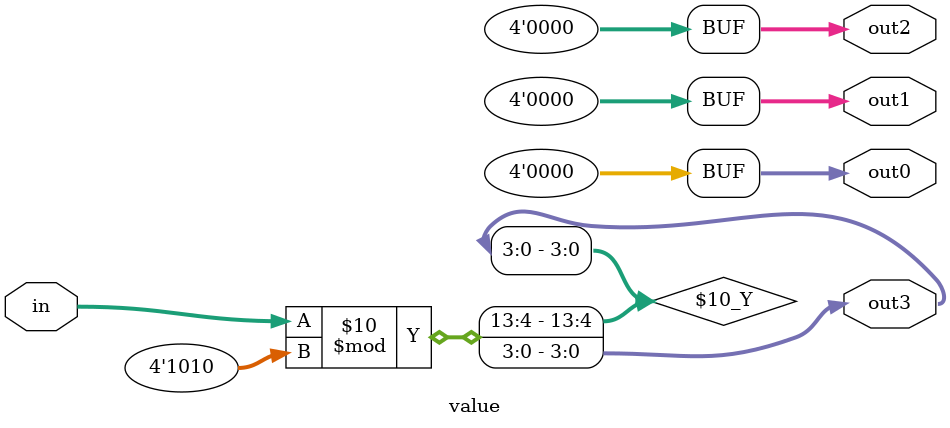
<source format=v>
`timescale 1ns / 1ps


module value(
    input [13:0] in,
    output reg [3:0] out0,out1,out2,out3
    );
    reg [13:0]temp_1000,temp_100,temp_10;
    
    always@*    
        begin
            temp_1000 <= in - (in%10'd1000);
            temp_100 <= (in%10'd1000) - (in%7'd100);
            temp_10 <= (in%7'd100) - (in%4'd10);
            out3 <= (in%4'd10);
            case(temp_1000)
                14'd9000:out0 = 4'd9;
                14'd8000:out0 = 4'd8;
                14'd7000:out0 = 4'd7;
                14'd6000:out0 = 4'd6;
                14'd5000:out0 = 4'd5;
                14'd4000:out0 = 4'd4;
                14'd3000:out0 = 4'd3;
                14'd2000:out0 = 4'd2;
                14'd1000:out0 = 4'd1;
                default:out0 = 4'd0;
            endcase
            case(temp_100)
                14'd900:out1 = 4'd9;
                14'd800:out1 = 4'd8;
                14'd700:out1 = 4'd7;
                14'd600:out1 = 4'd6;
                14'd500:out1 = 4'd5;
                14'd400:out1 = 4'd4;
                14'd300:out1 = 4'd3;
                14'd200:out1 = 4'd2;
                14'd100:out1 = 4'd1;
                default:out1 = 4'd0;
            endcase
            case(temp_10)
                14'd90:out2 = 4'd9;
                14'd80:out2 = 4'd8;
                14'd70:out2 = 4'd7;
                14'd60:out2 = 4'd6;
                14'd50:out2 = 4'd5;
                14'd40:out2 = 4'd4;
                14'd30:out2 = 4'd3;
                14'd20:out2 = 4'd2;
                14'd10:out2 = 4'd1;
                default:out2 = 4'd0;
            endcase
        end
endmodule

</source>
